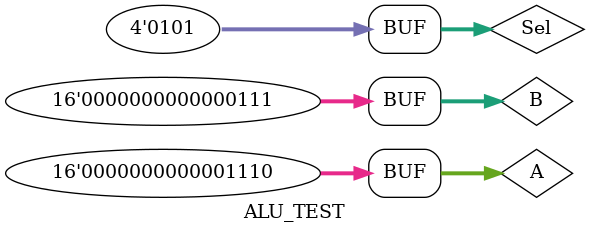
<source format=v>
`timescale 1ns / 1ps


module ALU_TEST;

	// Inputs
	reg [15:0] A;
	reg [15:0] B;
	reg [3:0] Sel;

	// Outputs
	wire V;
	wire C;
	wire N;
	wire Z;
	wire [15:0] Res;

	// Instantiate the Unit Under Test (UUT)
	ALU uut (
		.A(A), 
		.B(B), 
		.Sel(Sel), 
		.V(V), 
		.C(C), 
		.N(N), 
		.Z(Z), 
		.Res(Res)
	);

initial begin
		// Initialize Inputs
		A = 0;
		B = 0;
		Sel = 0;
		// Wait 100 ns for global reset to finish
		#100;
		
		A = 12;
		B = 5;
		Sel = 0;
		#100;
		
		A = 0;
		B = 2;
		Sel = 1;
		#100;
		
		A = 1;
		B = 5;
		Sel = 2;
		#100;
		
		A = 6;
		B = 7;
		Sel = 3;
		#100;
		
		A = 10;
		B = 1;
		Sel = 4;
		#100;
		
		A = 14;
		B = 7;
		Sel = 5;
		#100;
end

endmodule


</source>
